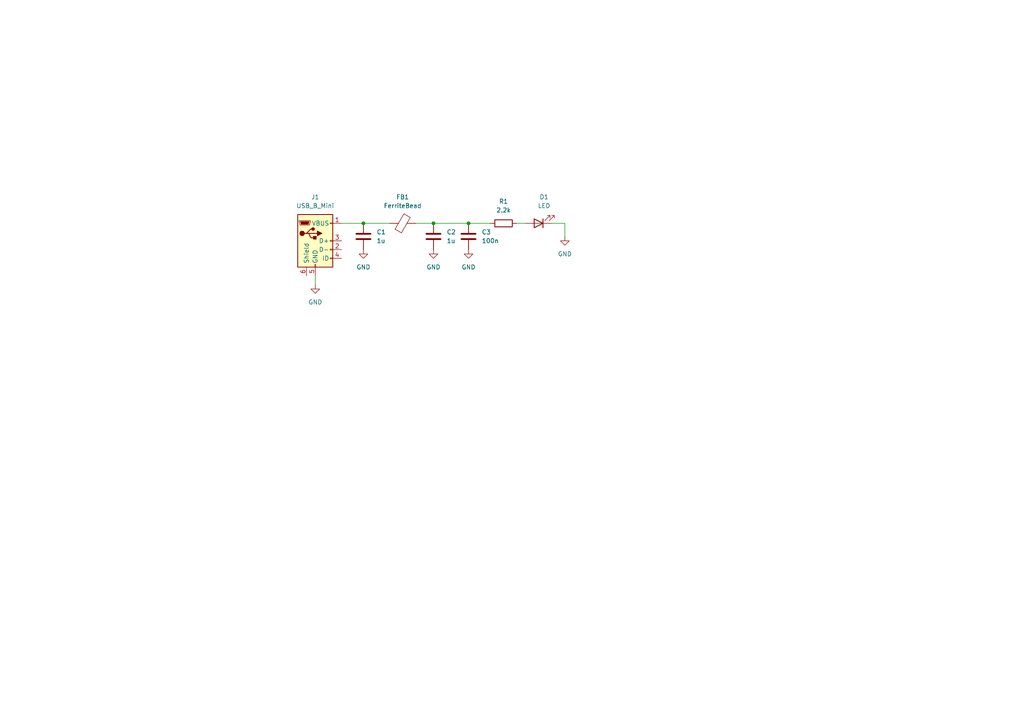
<source format=kicad_sch>
(kicad_sch (version 20230121) (generator eeschema)
  (paper "A4")
  (lib_symbols
    (symbol "Connector:USB_B_Mini" (pin_names (offset 1.016))
      (property "Reference" "J" (at -5.08 11.43 0))
      (property "Value" "USB_B_Mini" (at -5.08 8.89 0))
      (symbol "USB_B_Mini_0_1"
        (rectangle (start -5.08 -7.62) (end 5.08 7.62) (stroke (width 0.254)) (fill (type background)))
        (circle (center -3.81 2.159) (radius 0.635) (stroke (width 0.254)) (fill (type outline)))
        (circle (center -0.635 3.429) (radius 0.381) (stroke (width 0.254)) (fill (type outline)))
        (rectangle (start -0.127 -7.62) (end 0.127 -6.858))
        (polyline (pts (xy -1.905 2.159) (xy 0.635 2.159)) (stroke (width 0.254)))
        (polyline (pts (xy -3.175 2.159) (xy -2.54 2.159) (xy -1.27 3.429) (xy -0.635 3.429)) (stroke (width 0.254)))
        (polyline (pts (xy -2.54 2.159) (xy -1.905 2.159) (xy -1.27 0.889) (xy 0 0.889)) (stroke (width 0.254)))
        (polyline (pts (xy 0.635 2.794) (xy 0.635 1.524) (xy 1.905 2.159) (xy 0.635 2.794)) (stroke (width 0.254)) (fill (type outline)))
        (polyline (pts (xy -4.318 5.588) (xy -1.778 5.588) (xy -2.032 4.826) (xy -4.064 4.826) (xy -4.318 5.588)) (fill (type outline)))
        (polyline (pts (xy -4.699 5.842) (xy -4.699 5.588) (xy -4.445 4.826) (xy -4.445 4.572) (xy -1.651 4.572) (xy -1.651 4.826) (xy -1.397 5.588) (xy -1.397 5.842) (xy -4.699 5.842)))
        (rectangle (start 0.254 1.27) (end -0.508 0.508) (stroke (width 0.254)) (fill (type outline)))
        (rectangle (start 5.08 -5.207) (end 4.318 -4.953))
        (rectangle (start 5.08 -2.667) (end 4.318 -2.413))
        (rectangle (start 5.08 -0.127) (end 4.318 0.127))
        (rectangle (start 5.08 4.953) (end 4.318 5.207))
      )
      (symbol "USB_B_Mini_1_1"
        (pin power_out line (at 7.62 5.08 180) (length 2.54) (name "VBUS") (number "1"))
        (pin bidirectional line (at 7.62 -2.54 180) (length 2.54) (name "D-") (number "2"))
        (pin bidirectional line (at 7.62 0 180) (length 2.54) (name "D+") (number "3"))
        (pin passive line (at 7.62 -5.08 180) (length 2.54) (name "ID") (number "4"))
        (pin power_out line (at 0 -10.16 90) (length 2.54) (name "GND") (number "5"))
        (pin passive line (at -2.54 -10.16 90) (length 2.54) (name "Shield") (number "6"))
      )
    )
    (symbol "Device:C" (pin_numbers hide) (pin_names (offset 0.254))
      (property "Reference" "C" (at 0.635 2.54 0))
      (property "Value" "C" (at 0.635 -2.54 0))
      (symbol "C_0_1"
        (polyline (pts (xy -2.032 -0.762) (xy 2.032 -0.762)) (stroke (width 0.508)))
        (polyline (pts (xy -2.032 0.762) (xy 2.032 0.762)) (stroke (width 0.508)))
      )
      (symbol "C_1_1"
        (pin passive line (at 0 3.81 270) (length 2.794) (name "~") (number "1"))
        (pin passive line (at 0 -3.81 90) (length 2.794) (name "~") (number "2"))
      )
    )
    (symbol "Device:FerriteBead" (pin_numbers hide) (pin_names (offset 0))
      (property "Reference" "FB" (at -3.81 0.635 90))
      (property "Value" "FerriteBead" (at 3.81 0 90))
      (symbol "FerriteBead_0_1"
        (polyline (pts (xy 0 -1.27) (xy 0 -1.2192)))
        (polyline (pts (xy 0 1.27) (xy 0 1.2954)))
        (polyline (pts (xy -2.7686 0.4064) (xy -1.7018 2.2606) (xy 2.7686 -0.3048) (xy 1.6764 -2.159) (xy -2.7686 0.4064)))
      )
      (symbol "FerriteBead_1_1"
        (pin passive line (at 0 3.81 270) (length 2.54) (name "~") (number "1"))
        (pin passive line (at 0 -3.81 90) (length 2.54) (name "~") (number "2"))
      )
    )
    (symbol "Device:LED" (pin_numbers hide) (pin_names (offset 1.016) hide)
      (property "Reference" "D" (at 0 2.54 0))
      (property "Value" "LED" (at 0 -2.54 0))
      (symbol "LED_0_1"
        (polyline (pts (xy -1.27 -1.27) (xy -1.27 1.27)) (stroke (width 0.254)))
        (polyline (pts (xy -1.27 0) (xy 1.27 0)))
        (polyline (pts (xy 1.27 -1.27) (xy 1.27 1.27) (xy -1.27 0) (xy 1.27 -1.27)) (stroke (width 0.254)))
        (polyline (pts (xy -3.048 -0.762) (xy -4.572 -2.286) (xy -3.81 -2.286) (xy -4.572 -2.286) (xy -4.572 -1.524)))
        (polyline (pts (xy -1.778 -0.762) (xy -3.302 -2.286) (xy -2.54 -2.286) (xy -3.302 -2.286) (xy -3.302 -1.524)))
      )
      (symbol "LED_1_1"
        (pin passive line (at -3.81 0 0) (length 2.54) (name "K") (number "1"))
        (pin passive line (at 3.81 0 180) (length 2.54) (name "A") (number "2"))
      )
    )
    (symbol "Device:R" (pin_numbers hide) (pin_names (offset 0))
      (property "Reference" "R" (at 2.032 0 90))
      (property "Value" "R" (at 0 0 90))
      (symbol "R_0_1"
        (rectangle (start -1.016 -2.54) (end 1.016 2.54) (stroke (width 0.254)))
      )
      (symbol "R_1_1"
        (pin passive line (at 0 3.81 270) (length 1.27) (name "~") (number "1"))
        (pin passive line (at 0 -3.81 90) (length 1.27) (name "~") (number "2"))
      )
    )
    (symbol "power:GND" (power) (pin_names (offset 0))
      (property "Value" "GND" (at 0 -3.81 0))
      (symbol "GND_0_1"
        (polyline (pts (xy 0 0) (xy 0 -1.27) (xy 1.27 -1.27) (xy 0 -2.54) (xy -1.27 -1.27) (xy 0 -1.27)))
      )
      (symbol "GND_1_1"
        (pin power_in line (at 0 0 270) (length 0) hide (name "GND") (number "1"))
      )
    )
  )
  (junction (at 105.41 64.77))
  (junction (at 135.89 64.77))
  (junction (at 125.73 64.77))
  (wire (pts (xy 160.02 64.77) (xy 163.83 64.77)))
  (wire (pts (xy 120.65 64.77) (xy 125.73 64.77)))
  (wire (pts (xy 99.06 64.77) (xy 105.41 64.77)))
  (wire (pts (xy 91.44 80.01) (xy 91.44 82.55)))
  (wire (pts (xy 105.41 64.77) (xy 113.03 64.77)))
  (wire (pts (xy 125.73 64.77) (xy 135.89 64.77)))
  (wire (pts (xy 149.86 64.77) (xy 152.4 64.77)))
  (wire (pts (xy 135.89 64.77) (xy 142.24 64.77)))
  (wire (pts (xy 163.83 68.58) (xy 163.83 64.77)))
  (symbol (lib_id "Device:R") (at 146.05 64.77 90) (unit 1)
    (property "Reference" "R1" (at 146.05 58.42 90))
    (property "Value" "2.2k" (at 146.05 60.96 90))
  )
  (symbol (lib_id "power:GND") (at 91.44 82.55 0) (unit 1)
    (property "Reference" "#PWR01" (effects hide))
    (property "Value" "GND" (at 91.44 87.63 0))
  )
  (symbol (lib_id "Device:C") (at 135.89 68.58 0) (unit 1)
    (property "Reference" "C3" (at 139.7 67.31 0) (effects (justify left)))
    (property "Value" "100n" (at 139.7 69.85 0) (effects (justify left)))
    (property "Footprint" "Capacitor_SMD:C_0805_2012Metric" (effects hide))
  )
  (symbol (lib_id "power:GND") (at 125.73 72.39 0) (unit 1)
    (property "Reference" "#PWR04" (effects hide))
    (property "Value" "GND" (at 125.73 77.47 0))
  )
  (symbol (lib_id "Device:FerriteBead") (at 116.84 64.77 90) (unit 1)
    (property "Reference" "FB1" (at 116.7892 57.15 90))
    (property "Value" "FerriteBead" (at 116.7892 59.69 90))
    (property "Footprint" "Resistor_SMD:R_0603_1608Metric" (effects hide))
  )
  (symbol (lib_id "Connector:USB_B_Mini") (at 91.44 69.85 0) (unit 1)
    (property "Reference" "J1" (at 91.44 57.15 0))
    (property "Value" "USB_B_Mini" (at 91.44 59.69 0))
    (property "Footprint" "Connector_USB:USB_Micro-B_XKB_U254-051T-4BH83-F1S" (effects hide))
  )
  (symbol (lib_id "power:GND") (at 163.83 68.58 0) (unit 1)
    (property "Reference" "#PWR02" (effects hide))
    (property "Value" "GND" (at 163.83 73.66 0))
  )
  (symbol (lib_id "power:GND") (at 105.41 72.39 0) (unit 1)
    (property "Reference" "#PWR03" (effects hide))
    (property "Value" "GND" (at 105.41 77.47 0))
  )
  (symbol (lib_id "Device:C") (at 105.41 68.58 0) (unit 1)
    (property "Reference" "C1" (at 109.22 67.31 0) (effects (justify left)))
    (property "Value" "1u" (at 109.22 69.85 0) (effects (justify left)))
    (property "Footprint" "Capacitor_SMD:C_1206_3216Metric" (effects hide))
  )
  (symbol (lib_id "Device:LED") (at 156.21 64.77 180) (unit 1)
    (property "Reference" "D1" (at 157.7975 57.15 0))
    (property "Value" "LED" (at 157.7975 59.69 0))
  )
  (symbol (lib_id "Device:C") (at 125.73 68.58 0) (unit 1)
    (property "Reference" "C2" (at 129.54 67.31 0) (effects (justify left)))
    (property "Value" "1u" (at 129.54 69.85 0) (effects (justify left)))
    (property "Footprint" "Capacitor_SMD:C_1206_3216Metric" (effects hide))
  )
  (symbol (lib_id "power:GND") (at 135.89 72.39 0) (unit 1)
    (property "Reference" "#PWR05" (effects hide))
    (property "Value" "GND" (at 135.89 77.47 0))
  )
)
</source>
